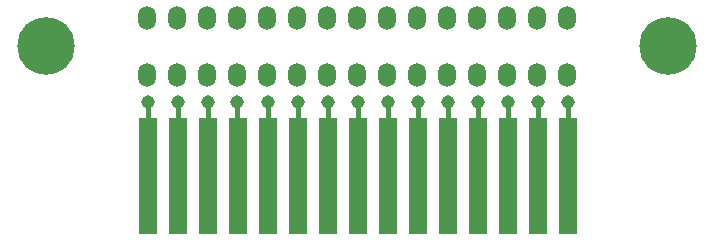
<source format=gbr>
%TF.GenerationSoftware,KiCad,Pcbnew,7.0.11-7.0.11~ubuntu22.04.1*%
%TF.CreationDate,2024-10-06T05:31:21-04:00*%
%TF.ProjectId,right_angle,72696768-745f-4616-9e67-6c652e6b6963,DEV*%
%TF.SameCoordinates,Original*%
%TF.FileFunction,Copper,L1,Top*%
%TF.FilePolarity,Positive*%
%FSLAX46Y46*%
G04 Gerber Fmt 4.6, Leading zero omitted, Abs format (unit mm)*
G04 Created by KiCad (PCBNEW 7.0.11-7.0.11~ubuntu22.04.1) date 2024-10-06 05:31:21*
%MOMM*%
%LPD*%
G01*
G04 APERTURE LIST*
%TA.AperFunction,ComponentPad*%
%ADD10O,1.500000X2.000000*%
%TD*%
%TA.AperFunction,ComponentPad*%
%ADD11C,4.875000*%
%TD*%
%TA.AperFunction,ConnectorPad*%
%ADD12R,1.524000X9.906000*%
%TD*%
%TA.AperFunction,ViaPad*%
%ADD13C,1.143000*%
%TD*%
%TA.AperFunction,Conductor*%
%ADD14C,0.381000*%
%TD*%
G04 APERTURE END LIST*
D10*
%TO.P,J12,1,Pin_1*%
%TO.N,Net-(J12-Pin_1)*%
X108686600Y-128383600D03*
%TO.P,J12,2,Pin_2*%
%TO.N,Net-(J12-Pin_2)*%
X108686600Y-133209600D03*
%TO.P,J12,3,Pin_3*%
%TO.N,Net-(J12-Pin_3)*%
X111226600Y-128383600D03*
%TO.P,J12,4,Pin_4*%
%TO.N,Net-(J12-Pin_4)*%
X111226600Y-133209600D03*
%TO.P,J12,5,Pin_5*%
%TO.N,Net-(J12-Pin_5)*%
X113766600Y-128383600D03*
%TO.P,J12,6,Pin_6*%
%TO.N,Net-(J12-Pin_6)*%
X113766600Y-133209600D03*
%TO.P,J12,7,Pin_7*%
%TO.N,Net-(J12-Pin_7)*%
X116306600Y-128383600D03*
%TO.P,J12,8,Pin_8*%
%TO.N,Net-(J12-Pin_8)*%
X116306600Y-133209600D03*
%TO.P,J12,9,Pin_9*%
%TO.N,Net-(J12-Pin_9)*%
X118846600Y-128383600D03*
%TO.P,J12,10,Pin_10*%
%TO.N,Net-(J12-Pin_10)*%
X118846600Y-133209600D03*
%TO.P,J12,11,Pin_11*%
%TO.N,Net-(J12-Pin_11)*%
X121386600Y-128383600D03*
%TO.P,J12,12,Pin_12*%
%TO.N,Net-(J12-Pin_12)*%
X121386600Y-133209600D03*
%TO.P,J12,13,Pin_13*%
%TO.N,Net-(J12-Pin_13)*%
X123926600Y-128383600D03*
%TO.P,J12,14,Pin_14*%
%TO.N,Net-(J12-Pin_14)*%
X123926600Y-133209600D03*
%TO.P,J12,15,Pin_15*%
%TO.N,Net-(J12-Pin_15)*%
X126466600Y-128383600D03*
%TO.P,J12,16,Pin_16*%
%TO.N,Net-(J12-Pin_16)*%
X126466600Y-133209600D03*
%TO.P,J12,17,Pin_17*%
%TO.N,Net-(J12-Pin_17)*%
X129006600Y-128383600D03*
%TO.P,J12,18,Pin_18*%
%TO.N,Net-(J12-Pin_18)*%
X129006600Y-133209600D03*
%TO.P,J12,19,Pin_19*%
%TO.N,Net-(J12-Pin_19)*%
X131546600Y-128383600D03*
%TO.P,J12,20,Pin_20*%
%TO.N,Net-(J12-Pin_20)*%
X131546600Y-133209600D03*
%TO.P,J12,21,Pin_21*%
%TO.N,Net-(J12-Pin_21)*%
X134086600Y-128383600D03*
%TO.P,J12,22,Pin_22*%
%TO.N,Net-(J12-Pin_22)*%
X134086600Y-133209600D03*
%TO.P,J12,23,Pin_23*%
%TO.N,Net-(J12-Pin_23)*%
X136626600Y-128383600D03*
%TO.P,J12,24,Pin_24*%
%TO.N,Net-(J12-Pin_24)*%
X136626600Y-133209600D03*
%TO.P,J12,25,Pin_25*%
%TO.N,Net-(J12-Pin_25)*%
X139166600Y-128383600D03*
%TO.P,J12,26,Pin_26*%
%TO.N,Net-(J12-Pin_26)*%
X139166600Y-133209600D03*
%TO.P,J12,27,Pin_27*%
%TO.N,Net-(J12-Pin_27)*%
X141706600Y-128383600D03*
%TO.P,J12,28,Pin_28*%
%TO.N,Net-(J12-Pin_28)*%
X141706600Y-133209600D03*
%TO.P,J12,29,Pin_29*%
%TO.N,Net-(J12-Pin_29)*%
X144246600Y-128383600D03*
%TO.P,J12,30,Pin_30*%
%TO.N,Net-(J12-Pin_30)*%
X144246600Y-133209600D03*
D11*
%TO.P,J12,MH1*%
%TO.N,N/C*%
X100116600Y-130784600D03*
%TO.P,J12,MH2*%
X152816600Y-130784600D03*
%TD*%
D12*
%TO.P,J13,2,Pin_2*%
%TO.N,Net-(J12-Pin_2)*%
X108737400Y-141769400D03*
%TO.P,J13,4,Pin_4*%
%TO.N,Net-(J12-Pin_4)*%
X111277400Y-141769400D03*
%TO.P,J13,6,Pin_6*%
%TO.N,Net-(J12-Pin_6)*%
X113817400Y-141769400D03*
%TO.P,J13,8,Pin_8*%
%TO.N,Net-(J12-Pin_8)*%
X116357400Y-141769400D03*
%TO.P,J13,10,Pin_10*%
%TO.N,Net-(J12-Pin_10)*%
X118897400Y-141769400D03*
%TO.P,J13,12,Pin_12*%
%TO.N,Net-(J12-Pin_12)*%
X121437400Y-141769400D03*
%TO.P,J13,14,Pin_14*%
%TO.N,Net-(J12-Pin_14)*%
X123977400Y-141769400D03*
%TO.P,J13,16,Pin_16*%
%TO.N,Net-(J12-Pin_16)*%
X126517400Y-141769400D03*
%TO.P,J13,18,Pin_18*%
%TO.N,Net-(J12-Pin_18)*%
X129057400Y-141769400D03*
%TO.P,J13,20,Pin_20*%
%TO.N,Net-(J12-Pin_20)*%
X131597400Y-141769400D03*
%TO.P,J13,22,Pin_22*%
%TO.N,Net-(J12-Pin_22)*%
X134137400Y-141769400D03*
%TO.P,J13,24,Pin_24*%
%TO.N,Net-(J12-Pin_24)*%
X136677400Y-141769400D03*
%TO.P,J13,26,Pin_26*%
%TO.N,Net-(J12-Pin_26)*%
X139217400Y-141769400D03*
%TO.P,J13,28,Pin_28*%
%TO.N,Net-(J12-Pin_28)*%
X141757400Y-141769400D03*
%TO.P,J13,30,Pin_30*%
%TO.N,Net-(J12-Pin_30)*%
X144297400Y-141769400D03*
%TD*%
D13*
%TO.N,Net-(J12-Pin_2)*%
X108737400Y-135521000D03*
%TO.N,Net-(J12-Pin_4)*%
X111277400Y-135521000D03*
%TO.N,Net-(J12-Pin_6)*%
X113817400Y-135521000D03*
%TO.N,Net-(J12-Pin_8)*%
X116281200Y-135521000D03*
%TO.N,Net-(J12-Pin_10)*%
X118897400Y-135521000D03*
%TO.N,Net-(J12-Pin_12)*%
X121462800Y-135521000D03*
%TO.N,Net-(J12-Pin_14)*%
X123977400Y-135521000D03*
%TO.N,Net-(J12-Pin_16)*%
X126517400Y-135521000D03*
%TO.N,Net-(J12-Pin_18)*%
X129057400Y-135521000D03*
%TO.N,Net-(J12-Pin_20)*%
X131597400Y-135521000D03*
%TO.N,Net-(J12-Pin_22)*%
X134137400Y-135521000D03*
%TO.N,Net-(J12-Pin_24)*%
X136677400Y-135521000D03*
%TO.N,Net-(J12-Pin_26)*%
X139217400Y-135521000D03*
%TO.N,Net-(J12-Pin_28)*%
X141757400Y-135521000D03*
%TO.N,Net-(J12-Pin_30)*%
X144322800Y-135521000D03*
%TD*%
D14*
%TO.N,Net-(J12-Pin_2)*%
X108737400Y-135698800D02*
X108686600Y-135648000D01*
X108737400Y-141769400D02*
X108737400Y-135698800D01*
%TO.N,Net-(J12-Pin_4)*%
X111277400Y-135597200D02*
X111252000Y-135571800D01*
X111277400Y-141769400D02*
X111277400Y-135597200D01*
%TO.N,Net-(J12-Pin_6)*%
X113817400Y-141769400D02*
X113817400Y-135597200D01*
%TO.N,Net-(J12-Pin_8)*%
X116281200Y-141769400D02*
X116281200Y-135724200D01*
X116357400Y-135724200D02*
X116281200Y-135648000D01*
%TO.N,Net-(J12-Pin_10)*%
X118897400Y-141769400D02*
X118897400Y-135597200D01*
%TO.N,Net-(J12-Pin_12)*%
X121437400Y-141769400D02*
X121437400Y-135546400D01*
X121437400Y-135546400D02*
X121462800Y-135521000D01*
%TO.N,Net-(J12-Pin_14)*%
X123977400Y-141769400D02*
X123977400Y-135571800D01*
%TO.N,Net-(J12-Pin_16)*%
X126517400Y-141769400D02*
X126517400Y-135521000D01*
%TO.N,Net-(J12-Pin_18)*%
X129057400Y-141769400D02*
X129057400Y-135546400D01*
%TO.N,Net-(J12-Pin_20)*%
X131597400Y-141769400D02*
X131597400Y-135597200D01*
%TO.N,Net-(J12-Pin_22)*%
X134137400Y-141769400D02*
X134137400Y-135546400D01*
%TO.N,Net-(J12-Pin_24)*%
X136677400Y-141769400D02*
X136677400Y-135521000D01*
%TO.N,Net-(J12-Pin_26)*%
X139217400Y-141769400D02*
X139217400Y-135495600D01*
%TO.N,Net-(J12-Pin_28)*%
X141757400Y-135495600D02*
X141757400Y-141769400D01*
%TO.N,Net-(J12-Pin_30)*%
X144297400Y-135546400D02*
X144297400Y-141769400D01*
X144322800Y-135521000D02*
X144297400Y-135546400D01*
%TD*%
M02*

</source>
